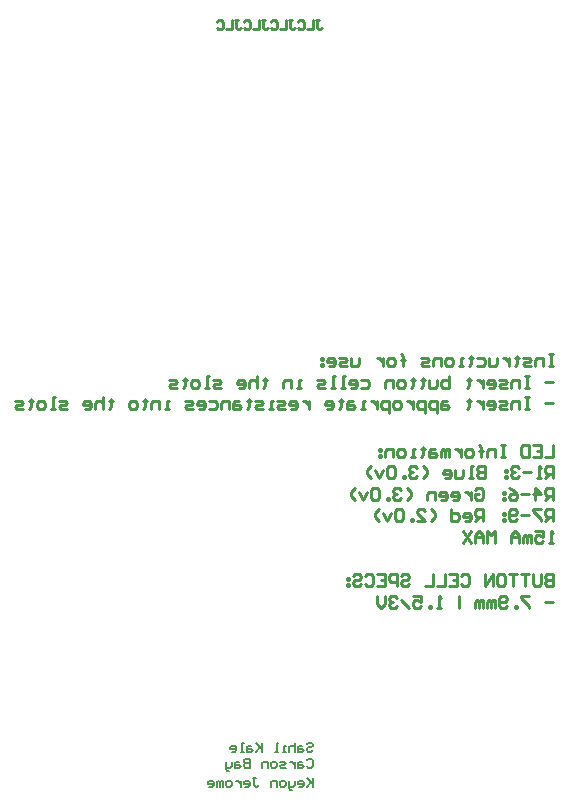
<source format=gbo>
G04*
G04 #@! TF.GenerationSoftware,Altium Limited,Altium Designer,21.0.8 (223)*
G04*
G04 Layer_Color=32896*
%FSLAX25Y25*%
%MOIN*%
G70*
G04*
G04 #@! TF.SameCoordinates,7D5CD3C5-D8CC-49FF-9A51-A3FBF932E8B6*
G04*
G04*
G04 #@! TF.FilePolarity,Positive*
G04*
G01*
G75*
%ADD12C,0.01000*%
%ADD32C,0.00700*%
D12*
X94600Y38215D02*
X93267D01*
X93934D01*
Y34216D01*
X94600D01*
X93267D01*
X91268D02*
Y36882D01*
X89268D01*
X88602Y36215D01*
Y34216D01*
X87269D02*
X85270D01*
X84603Y34882D01*
X85270Y35549D01*
X86603D01*
X87269Y36215D01*
X86603Y36882D01*
X84603D01*
X82604Y37548D02*
Y36882D01*
X83270D01*
X81937D01*
X82604D01*
Y34882D01*
X81937Y34216D01*
X79938Y36882D02*
Y34216D01*
Y35549D01*
X79272Y36215D01*
X78605Y36882D01*
X77939D01*
X75939D02*
Y34882D01*
X75273Y34216D01*
X73274D01*
Y36882D01*
X69275D02*
X71274D01*
X71941Y36215D01*
Y34882D01*
X71274Y34216D01*
X69275D01*
X67276Y37548D02*
Y36882D01*
X67942D01*
X66609D01*
X67276D01*
Y34882D01*
X66609Y34216D01*
X64610D02*
X63277D01*
X63943D01*
Y36882D01*
X64610D01*
X60611Y34216D02*
X59278D01*
X58612Y34882D01*
Y36215D01*
X59278Y36882D01*
X60611D01*
X61277Y36215D01*
Y34882D01*
X60611Y34216D01*
X57279D02*
Y36882D01*
X55279D01*
X54613Y36215D01*
Y34216D01*
X53280D02*
X51281D01*
X50614Y34882D01*
X51281Y35549D01*
X52614D01*
X53280Y36215D01*
X52614Y36882D01*
X50614D01*
X44616Y34216D02*
Y37548D01*
Y36215D01*
X45283D01*
X43950D01*
X44616D01*
Y37548D01*
X43950Y38215D01*
X41284Y34216D02*
X39951D01*
X39285Y34882D01*
Y36215D01*
X39951Y36882D01*
X41284D01*
X41950Y36215D01*
Y34882D01*
X41284Y34216D01*
X37952Y36882D02*
Y34216D01*
Y35549D01*
X37285Y36215D01*
X36619Y36882D01*
X35952D01*
X29954D02*
Y34882D01*
X29288Y34216D01*
X27288D01*
Y36882D01*
X25956Y34216D02*
X23956D01*
X23290Y34882D01*
X23956Y35549D01*
X25289D01*
X25956Y36215D01*
X25289Y36882D01*
X23290D01*
X19957Y34216D02*
X21290D01*
X21957Y34882D01*
Y36215D01*
X21290Y36882D01*
X19957D01*
X19291Y36215D01*
Y35549D01*
X21957D01*
X17958Y36882D02*
X17292D01*
Y36215D01*
X17958D01*
Y36882D01*
Y34882D02*
X17292D01*
Y34216D01*
X17958D01*
Y34882D01*
X94600Y29017D02*
X91934D01*
X86603Y31016D02*
X85270D01*
X85936D01*
Y27017D01*
X86603D01*
X85270D01*
X83270D02*
Y29683D01*
X81271D01*
X80604Y29017D01*
Y27017D01*
X79272D02*
X77272D01*
X76606Y27684D01*
X77272Y28350D01*
X78605D01*
X79272Y29017D01*
X78605Y29683D01*
X76606D01*
X73274Y27017D02*
X74606D01*
X75273Y27684D01*
Y29017D01*
X74606Y29683D01*
X73274D01*
X72607Y29017D01*
Y28350D01*
X75273D01*
X71274Y29683D02*
Y27017D01*
Y28350D01*
X70608Y29017D01*
X69941Y29683D01*
X69275D01*
X66609Y30350D02*
Y29683D01*
X67276D01*
X65943D01*
X66609D01*
Y27684D01*
X65943Y27017D01*
X59944Y31016D02*
Y27017D01*
X57945D01*
X57279Y27684D01*
Y28350D01*
Y29017D01*
X57945Y29683D01*
X59944D01*
X55946D02*
Y27684D01*
X55279Y27017D01*
X53280D01*
Y29683D01*
X51281Y30350D02*
Y29683D01*
X51947D01*
X50614D01*
X51281D01*
Y27684D01*
X50614Y27017D01*
X47948Y30350D02*
Y29683D01*
X48615D01*
X47282D01*
X47948D01*
Y27684D01*
X47282Y27017D01*
X44616D02*
X43283D01*
X42617Y27684D01*
Y29017D01*
X43283Y29683D01*
X44616D01*
X45283Y29017D01*
Y27684D01*
X44616Y27017D01*
X41284D02*
Y29683D01*
X39285D01*
X38618Y29017D01*
Y27017D01*
X30621Y29683D02*
X32620D01*
X33286Y29017D01*
Y27684D01*
X32620Y27017D01*
X30621D01*
X27288D02*
X28621D01*
X29288Y27684D01*
Y29017D01*
X28621Y29683D01*
X27288D01*
X26622Y29017D01*
Y28350D01*
X29288D01*
X25289Y27017D02*
X23956D01*
X24623D01*
Y31016D01*
X25289D01*
X21957Y27017D02*
X20624D01*
X21290D01*
Y31016D01*
X21957D01*
X18624Y27017D02*
X16625D01*
X15959Y27684D01*
X16625Y28350D01*
X17958D01*
X18624Y29017D01*
X17958Y29683D01*
X15959D01*
X10627Y27017D02*
X9294D01*
X9961D01*
Y29683D01*
X10627D01*
X7295Y27017D02*
Y29683D01*
X5296D01*
X4629Y29017D01*
Y27017D01*
X-1369Y30350D02*
Y29683D01*
X-703D01*
X-2035D01*
X-1369D01*
Y27684D01*
X-2035Y27017D01*
X-4035Y31016D02*
Y27017D01*
Y29017D01*
X-4701Y29683D01*
X-6034D01*
X-6701Y29017D01*
Y27017D01*
X-10033D02*
X-8700D01*
X-8034Y27684D01*
Y29017D01*
X-8700Y29683D01*
X-10033D01*
X-10699Y29017D01*
Y28350D01*
X-8034D01*
X-16031Y27017D02*
X-18030D01*
X-18697Y27684D01*
X-18030Y28350D01*
X-16697D01*
X-16031Y29017D01*
X-16697Y29683D01*
X-18697D01*
X-20030Y27017D02*
X-21363D01*
X-20696D01*
Y31016D01*
X-20030D01*
X-24028Y27017D02*
X-25361D01*
X-26028Y27684D01*
Y29017D01*
X-25361Y29683D01*
X-24028D01*
X-23362Y29017D01*
Y27684D01*
X-24028Y27017D01*
X-28027Y30350D02*
Y29683D01*
X-27361D01*
X-28694D01*
X-28027D01*
Y27684D01*
X-28694Y27017D01*
X-30693D02*
X-32692D01*
X-33359Y27684D01*
X-32692Y28350D01*
X-31359D01*
X-30693Y29017D01*
X-31359Y29683D01*
X-33359D01*
X94600Y21818D02*
X91934D01*
X86603Y23818D02*
X85270D01*
X85936D01*
Y19819D01*
X86603D01*
X85270D01*
X83270D02*
Y22485D01*
X81271D01*
X80604Y21818D01*
Y19819D01*
X79272D02*
X77272D01*
X76606Y20485D01*
X77272Y21152D01*
X78605D01*
X79272Y21818D01*
X78605Y22485D01*
X76606D01*
X73274Y19819D02*
X74606D01*
X75273Y20485D01*
Y21818D01*
X74606Y22485D01*
X73274D01*
X72607Y21818D01*
Y21152D01*
X75273D01*
X71274Y22485D02*
Y19819D01*
Y21152D01*
X70608Y21818D01*
X69941Y22485D01*
X69275D01*
X66609Y23151D02*
Y22485D01*
X67276D01*
X65943D01*
X66609D01*
Y20485D01*
X65943Y19819D01*
X59278Y22485D02*
X57945D01*
X57279Y21818D01*
Y19819D01*
X59278D01*
X59944Y20485D01*
X59278Y21152D01*
X57279D01*
X55946Y18486D02*
Y22485D01*
X53947D01*
X53280Y21818D01*
Y20485D01*
X53947Y19819D01*
X55946D01*
X51947Y18486D02*
Y22485D01*
X49948D01*
X49281Y21818D01*
Y20485D01*
X49948Y19819D01*
X51947D01*
X47948Y22485D02*
Y19819D01*
Y21152D01*
X47282Y21818D01*
X46615Y22485D01*
X45949D01*
X43283Y19819D02*
X41950D01*
X41284Y20485D01*
Y21818D01*
X41950Y22485D01*
X43283D01*
X43950Y21818D01*
Y20485D01*
X43283Y19819D01*
X39951Y18486D02*
Y22485D01*
X37952D01*
X37285Y21818D01*
Y20485D01*
X37952Y19819D01*
X39951D01*
X35952Y22485D02*
Y19819D01*
Y21152D01*
X35286Y21818D01*
X34619Y22485D01*
X33953D01*
X31953Y19819D02*
X30621D01*
X31287D01*
Y22485D01*
X31953D01*
X27955D02*
X26622D01*
X25956Y21818D01*
Y19819D01*
X27955D01*
X28621Y20485D01*
X27955Y21152D01*
X25956D01*
X23956Y23151D02*
Y22485D01*
X24623D01*
X23290D01*
X23956D01*
Y20485D01*
X23290Y19819D01*
X19291D02*
X20624D01*
X21290Y20485D01*
Y21818D01*
X20624Y22485D01*
X19291D01*
X18624Y21818D01*
Y21152D01*
X21290D01*
X13293Y22485D02*
Y19819D01*
Y21152D01*
X12626Y21818D01*
X11960Y22485D01*
X11293D01*
X7295Y19819D02*
X8628D01*
X9294Y20485D01*
Y21818D01*
X8628Y22485D01*
X7295D01*
X6628Y21818D01*
Y21152D01*
X9294D01*
X5296Y19819D02*
X3296D01*
X2630Y20485D01*
X3296Y21152D01*
X4629D01*
X5296Y21818D01*
X4629Y22485D01*
X2630D01*
X1297Y19819D02*
X-36D01*
X630D01*
Y22485D01*
X1297D01*
X-2035Y19819D02*
X-4035D01*
X-4701Y20485D01*
X-4035Y21152D01*
X-2702D01*
X-2035Y21818D01*
X-2702Y22485D01*
X-4701D01*
X-6701Y23151D02*
Y22485D01*
X-6034D01*
X-7367D01*
X-6701D01*
Y20485D01*
X-7367Y19819D01*
X-10033Y22485D02*
X-11366D01*
X-12032Y21818D01*
Y19819D01*
X-10033D01*
X-9366Y20485D01*
X-10033Y21152D01*
X-12032D01*
X-13365Y19819D02*
Y22485D01*
X-15364D01*
X-16031Y21818D01*
Y19819D01*
X-20030Y22485D02*
X-18030D01*
X-17364Y21818D01*
Y20485D01*
X-18030Y19819D01*
X-20030D01*
X-23362D02*
X-22029D01*
X-21363Y20485D01*
Y21818D01*
X-22029Y22485D01*
X-23362D01*
X-24028Y21818D01*
Y21152D01*
X-21363D01*
X-25361Y19819D02*
X-27361D01*
X-28027Y20485D01*
X-27361Y21152D01*
X-26028D01*
X-25361Y21818D01*
X-26028Y22485D01*
X-28027D01*
X-33359Y19819D02*
X-34692D01*
X-34025D01*
Y22485D01*
X-33359D01*
X-36691Y19819D02*
Y22485D01*
X-38690D01*
X-39357Y21818D01*
Y19819D01*
X-41356Y23151D02*
Y22485D01*
X-40690D01*
X-42023D01*
X-41356D01*
Y20485D01*
X-42023Y19819D01*
X-44688D02*
X-46021D01*
X-46688Y20485D01*
Y21818D01*
X-46021Y22485D01*
X-44688D01*
X-44022Y21818D01*
Y20485D01*
X-44688Y19819D01*
X-52686Y23151D02*
Y22485D01*
X-52019D01*
X-53352D01*
X-52686D01*
Y20485D01*
X-53352Y19819D01*
X-55352Y23818D02*
Y19819D01*
Y21818D01*
X-56018Y22485D01*
X-57351D01*
X-58017Y21818D01*
Y19819D01*
X-61350D02*
X-60017D01*
X-59350Y20485D01*
Y21818D01*
X-60017Y22485D01*
X-61350D01*
X-62016Y21818D01*
Y21152D01*
X-59350D01*
X-67348Y19819D02*
X-69347D01*
X-70014Y20485D01*
X-69347Y21152D01*
X-68014D01*
X-67348Y21818D01*
X-68014Y22485D01*
X-70014D01*
X-71346Y19819D02*
X-72679D01*
X-72013D01*
Y23818D01*
X-71346D01*
X-75345Y19819D02*
X-76678D01*
X-77345Y20485D01*
Y21818D01*
X-76678Y22485D01*
X-75345D01*
X-74679Y21818D01*
Y20485D01*
X-75345Y19819D01*
X-79344Y23151D02*
Y22485D01*
X-78677D01*
X-80010D01*
X-79344D01*
Y20485D01*
X-80010Y19819D01*
X-82010D02*
X-84009D01*
X-84676Y20485D01*
X-84009Y21152D01*
X-82676D01*
X-82010Y21818D01*
X-82676Y22485D01*
X-84676D01*
X94600Y8088D02*
Y4089D01*
X91934D01*
X87936Y8088D02*
X90601D01*
Y4089D01*
X87936D01*
X90601Y6089D02*
X89268D01*
X86603Y8088D02*
Y4089D01*
X84603D01*
X83937Y4756D01*
Y7421D01*
X84603Y8088D01*
X86603D01*
X78605D02*
X77272D01*
X77939D01*
Y4089D01*
X78605D01*
X77272D01*
X75273D02*
Y6755D01*
X73274D01*
X72607Y6089D01*
Y4089D01*
X70608D02*
Y7421D01*
Y6089D01*
X71274D01*
X69941D01*
X70608D01*
Y7421D01*
X69941Y8088D01*
X67276Y4089D02*
X65943D01*
X65276Y4756D01*
Y6089D01*
X65943Y6755D01*
X67276D01*
X67942Y6089D01*
Y4756D01*
X67276Y4089D01*
X63943Y6755D02*
Y4089D01*
Y5422D01*
X63277Y6089D01*
X62610Y6755D01*
X61944D01*
X59944Y4089D02*
Y6755D01*
X59278D01*
X58612Y6089D01*
Y4089D01*
Y6089D01*
X57945Y6755D01*
X57279Y6089D01*
Y4089D01*
X55279Y6755D02*
X53947D01*
X53280Y6089D01*
Y4089D01*
X55279D01*
X55946Y4756D01*
X55279Y5422D01*
X53280D01*
X51281Y7421D02*
Y6755D01*
X51947D01*
X50614D01*
X51281D01*
Y4756D01*
X50614Y4089D01*
X48615D02*
X47282D01*
X47948D01*
Y6755D01*
X48615D01*
X44616Y4089D02*
X43283D01*
X42617Y4756D01*
Y6089D01*
X43283Y6755D01*
X44616D01*
X45283Y6089D01*
Y4756D01*
X44616Y4089D01*
X41284D02*
Y6755D01*
X39285D01*
X38618Y6089D01*
Y4089D01*
X37285Y6755D02*
X36619D01*
Y6089D01*
X37285D01*
Y6755D01*
Y4756D02*
X36619D01*
Y4089D01*
X37285D01*
Y4756D01*
X94600Y-3109D02*
Y889D01*
X92601D01*
X91934Y223D01*
Y-1110D01*
X92601Y-1776D01*
X94600D01*
X93267D02*
X91934Y-3109D01*
X90601D02*
X89268D01*
X89935D01*
Y889D01*
X90601Y223D01*
X87269Y-1110D02*
X84603D01*
X83270Y223D02*
X82604Y889D01*
X81271D01*
X80604Y223D01*
Y-444D01*
X81271Y-1110D01*
X81937D01*
X81271D01*
X80604Y-1776D01*
Y-2443D01*
X81271Y-3109D01*
X82604D01*
X83270Y-2443D01*
X79272Y-444D02*
X78605D01*
Y-1110D01*
X79272D01*
Y-444D01*
Y-2443D02*
X78605D01*
Y-3109D01*
X79272D01*
Y-2443D01*
X71941Y889D02*
Y-3109D01*
X69941D01*
X69275Y-2443D01*
Y-1776D01*
X69941Y-1110D01*
X71941D01*
X69941D01*
X69275Y-444D01*
Y223D01*
X69941Y889D01*
X71941D01*
X67942Y-3109D02*
X66609D01*
X67276D01*
Y889D01*
X67942D01*
X64610Y-444D02*
Y-2443D01*
X63943Y-3109D01*
X61944D01*
Y-444D01*
X58612Y-3109D02*
X59944D01*
X60611Y-2443D01*
Y-1110D01*
X59944Y-444D01*
X58612D01*
X57945Y-1110D01*
Y-1776D01*
X60611D01*
X51281Y-3109D02*
X52614Y-1776D01*
Y-444D01*
X51281Y889D01*
X49281Y223D02*
X48615Y889D01*
X47282D01*
X46615Y223D01*
Y-444D01*
X47282Y-1110D01*
X47948D01*
X47282D01*
X46615Y-1776D01*
Y-2443D01*
X47282Y-3109D01*
X48615D01*
X49281Y-2443D01*
X45283Y-3109D02*
Y-2443D01*
X44616D01*
Y-3109D01*
X45283D01*
X41950Y223D02*
X41284Y889D01*
X39951D01*
X39285Y223D01*
Y-2443D01*
X39951Y-3109D01*
X41284D01*
X41950Y-2443D01*
Y223D01*
X37952Y-444D02*
X36619Y-3109D01*
X35286Y-444D01*
X33953Y-3109D02*
X32620Y-1776D01*
Y-444D01*
X33953Y889D01*
X94600Y-10308D02*
Y-6309D01*
X92601D01*
X91934Y-6976D01*
Y-8308D01*
X92601Y-8975D01*
X94600D01*
X93267D02*
X91934Y-10308D01*
X88602D02*
Y-6309D01*
X90601Y-8308D01*
X87936D01*
X86603D02*
X83937D01*
X79938Y-6309D02*
X81271Y-6976D01*
X82604Y-8308D01*
Y-9641D01*
X81937Y-10308D01*
X80604D01*
X79938Y-9641D01*
Y-8975D01*
X80604Y-8308D01*
X82604D01*
X78605Y-7642D02*
X77939D01*
Y-8308D01*
X78605D01*
Y-7642D01*
Y-9641D02*
X77939D01*
Y-10308D01*
X78605D01*
Y-9641D01*
X68608Y-6976D02*
X69275Y-6309D01*
X70608D01*
X71274Y-6976D01*
Y-9641D01*
X70608Y-10308D01*
X69275D01*
X68608Y-9641D01*
Y-8308D01*
X69941D01*
X67276Y-7642D02*
Y-10308D01*
Y-8975D01*
X66609Y-8308D01*
X65943Y-7642D01*
X65276D01*
X61277Y-10308D02*
X62610D01*
X63277Y-9641D01*
Y-8308D01*
X62610Y-7642D01*
X61277D01*
X60611Y-8308D01*
Y-8975D01*
X63277D01*
X57279Y-10308D02*
X58612D01*
X59278Y-9641D01*
Y-8308D01*
X58612Y-7642D01*
X57279D01*
X56612Y-8308D01*
Y-8975D01*
X59278D01*
X55279Y-10308D02*
Y-7642D01*
X53280D01*
X52614Y-8308D01*
Y-10308D01*
X45949D02*
X47282Y-8975D01*
Y-7642D01*
X45949Y-6309D01*
X43950Y-6976D02*
X43283Y-6309D01*
X41950D01*
X41284Y-6976D01*
Y-7642D01*
X41950Y-8308D01*
X42617D01*
X41950D01*
X41284Y-8975D01*
Y-9641D01*
X41950Y-10308D01*
X43283D01*
X43950Y-9641D01*
X39951Y-10308D02*
Y-9641D01*
X39285D01*
Y-10308D01*
X39951D01*
X36619Y-6976D02*
X35952Y-6309D01*
X34619D01*
X33953Y-6976D01*
Y-9641D01*
X34619Y-10308D01*
X35952D01*
X36619Y-9641D01*
Y-6976D01*
X32620Y-7642D02*
X31287Y-10308D01*
X29954Y-7642D01*
X28621Y-10308D02*
X27288Y-8975D01*
Y-7642D01*
X28621Y-6309D01*
X94600Y-17506D02*
Y-13508D01*
X92601D01*
X91934Y-14174D01*
Y-15507D01*
X92601Y-16173D01*
X94600D01*
X93267D02*
X91934Y-17506D01*
X90601Y-13508D02*
X87936D01*
Y-14174D01*
X90601Y-16840D01*
Y-17506D01*
X86603Y-15507D02*
X83937D01*
X82604Y-16840D02*
X81937Y-17506D01*
X80604D01*
X79938Y-16840D01*
Y-14174D01*
X80604Y-13508D01*
X81937D01*
X82604Y-14174D01*
Y-14840D01*
X81937Y-15507D01*
X79938D01*
X78605Y-14840D02*
X77939D01*
Y-15507D01*
X78605D01*
Y-14840D01*
Y-16840D02*
X77939D01*
Y-17506D01*
X78605D01*
Y-16840D01*
X71274Y-17506D02*
Y-13508D01*
X69275D01*
X68608Y-14174D01*
Y-15507D01*
X69275Y-16173D01*
X71274D01*
X69941D02*
X68608Y-17506D01*
X65276D02*
X66609D01*
X67276Y-16840D01*
Y-15507D01*
X66609Y-14840D01*
X65276D01*
X64610Y-15507D01*
Y-16173D01*
X67276D01*
X60611Y-13508D02*
Y-17506D01*
X62610D01*
X63277Y-16840D01*
Y-15507D01*
X62610Y-14840D01*
X60611D01*
X53947Y-17506D02*
X55279Y-16173D01*
Y-14840D01*
X53947Y-13508D01*
X49281Y-17506D02*
X51947D01*
X49281Y-14840D01*
Y-14174D01*
X49948Y-13508D01*
X51281D01*
X51947Y-14174D01*
X47948Y-17506D02*
Y-16840D01*
X47282D01*
Y-17506D01*
X47948D01*
X44616Y-14174D02*
X43950Y-13508D01*
X42617D01*
X41950Y-14174D01*
Y-16840D01*
X42617Y-17506D01*
X43950D01*
X44616Y-16840D01*
Y-14174D01*
X40617Y-14840D02*
X39285Y-17506D01*
X37952Y-14840D01*
X36619Y-17506D02*
X35286Y-16173D01*
Y-14840D01*
X36619Y-13508D01*
X94600Y-24705D02*
X93267D01*
X93934D01*
Y-20706D01*
X94600Y-21372D01*
X88602Y-20706D02*
X91268D01*
Y-22705D01*
X89935Y-22039D01*
X89268D01*
X88602Y-22705D01*
Y-24038D01*
X89268Y-24705D01*
X90601D01*
X91268Y-24038D01*
X87269Y-24705D02*
Y-22039D01*
X86603D01*
X85936Y-22705D01*
Y-24705D01*
Y-22705D01*
X85270Y-22039D01*
X84603Y-22705D01*
Y-24705D01*
X83270D02*
Y-22039D01*
X81937Y-20706D01*
X80604Y-22039D01*
Y-24705D01*
Y-22705D01*
X83270D01*
X75273Y-24705D02*
Y-20706D01*
X73940Y-22039D01*
X72607Y-20706D01*
Y-24705D01*
X71274D02*
Y-22039D01*
X69941Y-20706D01*
X68608Y-22039D01*
Y-24705D01*
Y-22705D01*
X71274D01*
X67276Y-20706D02*
X64610Y-24705D01*
Y-20706D02*
X67276Y-24705D01*
X94600Y-35103D02*
Y-39101D01*
X92601D01*
X91934Y-38435D01*
Y-37769D01*
X92601Y-37102D01*
X94600D01*
X92601D01*
X91934Y-36436D01*
Y-35769D01*
X92601Y-35103D01*
X94600D01*
X90601D02*
Y-38435D01*
X89935Y-39101D01*
X88602D01*
X87936Y-38435D01*
Y-35103D01*
X86603D02*
X83937D01*
X85270D01*
Y-39101D01*
X82604Y-35103D02*
X79938D01*
X81271D01*
Y-39101D01*
X76606Y-35103D02*
X77939D01*
X78605Y-35769D01*
Y-38435D01*
X77939Y-39101D01*
X76606D01*
X75939Y-38435D01*
Y-35769D01*
X76606Y-35103D01*
X74606Y-39101D02*
Y-35103D01*
X71941Y-39101D01*
Y-35103D01*
X63943Y-35769D02*
X64610Y-35103D01*
X65943D01*
X66609Y-35769D01*
Y-38435D01*
X65943Y-39101D01*
X64610D01*
X63943Y-38435D01*
X59944Y-35103D02*
X62610D01*
Y-39101D01*
X59944D01*
X62610Y-37102D02*
X61277D01*
X58612Y-35103D02*
Y-39101D01*
X55946D01*
X54613Y-35103D02*
Y-39101D01*
X51947D01*
X43950Y-35769D02*
X44616Y-35103D01*
X45949D01*
X46615Y-35769D01*
Y-36436D01*
X45949Y-37102D01*
X44616D01*
X43950Y-37769D01*
Y-38435D01*
X44616Y-39101D01*
X45949D01*
X46615Y-38435D01*
X42617Y-39101D02*
Y-35103D01*
X40617D01*
X39951Y-35769D01*
Y-37102D01*
X40617Y-37769D01*
X42617D01*
X35952Y-35103D02*
X38618D01*
Y-39101D01*
X35952D01*
X38618Y-37102D02*
X37285D01*
X31954Y-35769D02*
X32620Y-35103D01*
X33953D01*
X34619Y-35769D01*
Y-38435D01*
X33953Y-39101D01*
X32620D01*
X31954Y-38435D01*
X27955Y-35769D02*
X28621Y-35103D01*
X29954D01*
X30621Y-35769D01*
Y-36436D01*
X29954Y-37102D01*
X28621D01*
X27955Y-37769D01*
Y-38435D01*
X28621Y-39101D01*
X29954D01*
X30621Y-38435D01*
X26622Y-36436D02*
X25956D01*
Y-37102D01*
X26622D01*
Y-36436D01*
Y-38435D02*
X25956D01*
Y-39101D01*
X26622D01*
Y-38435D01*
X94600Y-44301D02*
X91934D01*
X86603Y-42301D02*
X83937D01*
Y-42968D01*
X86603Y-45634D01*
Y-46300D01*
X82604D02*
Y-45634D01*
X81937D01*
Y-46300D01*
X82604D01*
X79272Y-45634D02*
X78605Y-46300D01*
X77272D01*
X76606Y-45634D01*
Y-42968D01*
X77272Y-42301D01*
X78605D01*
X79272Y-42968D01*
Y-43634D01*
X78605Y-44301D01*
X76606D01*
X75273Y-46300D02*
Y-43634D01*
X74606D01*
X73940Y-44301D01*
Y-46300D01*
Y-44301D01*
X73274Y-43634D01*
X72607Y-44301D01*
Y-46300D01*
X71274D02*
Y-43634D01*
X70608D01*
X69941Y-44301D01*
Y-46300D01*
Y-44301D01*
X69275Y-43634D01*
X68608Y-44301D01*
Y-46300D01*
X63277Y-42301D02*
Y-46300D01*
X57279D02*
X55946D01*
X56612D01*
Y-42301D01*
X57279Y-42968D01*
X53947Y-46300D02*
Y-45634D01*
X53280D01*
Y-46300D01*
X53947D01*
X47948Y-42301D02*
X50614D01*
Y-44301D01*
X49281Y-43634D01*
X48615D01*
X47948Y-44301D01*
Y-45634D01*
X48615Y-46300D01*
X49948D01*
X50614Y-45634D01*
X46615Y-46300D02*
X43950Y-43634D01*
X42617Y-42968D02*
X41950Y-42301D01*
X40617D01*
X39951Y-42968D01*
Y-43634D01*
X40617Y-44301D01*
X41284D01*
X40617D01*
X39951Y-44967D01*
Y-45634D01*
X40617Y-46300D01*
X41950D01*
X42617Y-45634D01*
X38618Y-42301D02*
Y-44967D01*
X37285Y-46300D01*
X35952Y-44967D01*
Y-42301D01*
X15601Y149499D02*
X16600D01*
X16101D01*
Y147000D01*
X16600Y146500D01*
X17100D01*
X17600Y147000D01*
X14601Y149499D02*
Y146500D01*
X12602D01*
X9603Y148999D02*
X10102Y149499D01*
X11102D01*
X11602Y148999D01*
Y147000D01*
X11102Y146500D01*
X10102D01*
X9603Y147000D01*
X6604Y149499D02*
X7603D01*
X7103D01*
Y147000D01*
X7603Y146500D01*
X8103D01*
X8603Y147000D01*
X5604Y149499D02*
Y146500D01*
X3604D01*
X605Y148999D02*
X1105Y149499D01*
X2105D01*
X2605Y148999D01*
Y147000D01*
X2105Y146500D01*
X1105D01*
X605Y147000D01*
X-2393Y149499D02*
X-1394D01*
X-1894D01*
Y147000D01*
X-1394Y146500D01*
X-894D01*
X-394Y147000D01*
X-3393Y149499D02*
Y146500D01*
X-5393D01*
X-8392Y148999D02*
X-7892Y149499D01*
X-6892D01*
X-6392Y148999D01*
Y147000D01*
X-6892Y146500D01*
X-7892D01*
X-8392Y147000D01*
X-11391Y149499D02*
X-10391D01*
X-10891D01*
Y147000D01*
X-10391Y146500D01*
X-9891D01*
X-9391Y147000D01*
X-12390Y149499D02*
Y146500D01*
X-14390D01*
X-17389Y148999D02*
X-16889Y149499D01*
X-15889D01*
X-15389Y148999D01*
Y147000D01*
X-15889Y146500D01*
X-16889D01*
X-17389Y147000D01*
D32*
X12501Y-91844D02*
X13001Y-91344D01*
X14000D01*
X14500Y-91844D01*
Y-92344D01*
X14000Y-92843D01*
X13001D01*
X12501Y-93343D01*
Y-93843D01*
X13001Y-94343D01*
X14000D01*
X14500Y-93843D01*
X11001Y-92344D02*
X10001D01*
X9502Y-92843D01*
Y-94343D01*
X11001D01*
X11501Y-93843D01*
X11001Y-93343D01*
X9502D01*
X8502Y-91344D02*
Y-94343D01*
Y-92843D01*
X8002Y-92344D01*
X7002D01*
X6503Y-92843D01*
Y-94343D01*
X5503D02*
X4503D01*
X5003D01*
Y-92344D01*
X5503D01*
X3004Y-94343D02*
X2004D01*
X2504D01*
Y-91344D01*
X3004D01*
X-2495D02*
Y-94343D01*
Y-93343D01*
X-4494Y-91344D01*
X-2994Y-92843D01*
X-4494Y-94343D01*
X-5993Y-92344D02*
X-6993D01*
X-7493Y-92843D01*
Y-94343D01*
X-5993D01*
X-5494Y-93843D01*
X-5993Y-93343D01*
X-7493D01*
X-8493Y-94343D02*
X-9492D01*
X-8992D01*
Y-91344D01*
X-8493D01*
X-12491Y-94343D02*
X-11492D01*
X-10992Y-93843D01*
Y-92843D01*
X-11492Y-92344D01*
X-12491D01*
X-12991Y-92843D01*
Y-93343D01*
X-10992D01*
X12501Y-97123D02*
X13001Y-96623D01*
X14000D01*
X14500Y-97123D01*
Y-99122D01*
X14000Y-99622D01*
X13001D01*
X12501Y-99122D01*
X11001Y-97623D02*
X10001D01*
X9502Y-98122D01*
Y-99622D01*
X11001D01*
X11501Y-99122D01*
X11001Y-98622D01*
X9502D01*
X8502Y-97623D02*
Y-99622D01*
Y-98622D01*
X8002Y-98122D01*
X7502Y-97623D01*
X7002D01*
X5503Y-99622D02*
X4003D01*
X3504Y-99122D01*
X4003Y-98622D01*
X5003D01*
X5503Y-98122D01*
X5003Y-97623D01*
X3504D01*
X2004Y-99622D02*
X1004D01*
X504Y-99122D01*
Y-98122D01*
X1004Y-97623D01*
X2004D01*
X2504Y-98122D01*
Y-99122D01*
X2004Y-99622D01*
X-495D02*
Y-97623D01*
X-1995D01*
X-2495Y-98122D01*
Y-99622D01*
X-6493Y-96623D02*
Y-99622D01*
X-7993D01*
X-8493Y-99122D01*
Y-98622D01*
X-7993Y-98122D01*
X-6493D01*
X-7993D01*
X-8493Y-97623D01*
Y-97123D01*
X-7993Y-96623D01*
X-6493D01*
X-9992Y-97623D02*
X-10992D01*
X-11492Y-98122D01*
Y-99622D01*
X-9992D01*
X-9492Y-99122D01*
X-9992Y-98622D01*
X-11492D01*
X-12491Y-97623D02*
Y-99122D01*
X-12991Y-99622D01*
X-14491D01*
Y-100122D01*
X-13991Y-100621D01*
X-13491D01*
X-14491Y-99622D02*
Y-97623D01*
X14500Y-102901D02*
Y-105900D01*
Y-104901D01*
X12501Y-102901D01*
X14000Y-104401D01*
X12501Y-105900D01*
X10001D02*
X11001D01*
X11501Y-105401D01*
Y-104401D01*
X11001Y-103901D01*
X10001D01*
X9502Y-104401D01*
Y-104901D01*
X11501D01*
X8502Y-103901D02*
Y-105401D01*
X8002Y-105900D01*
X6503D01*
Y-106400D01*
X7002Y-106900D01*
X7502D01*
X6503Y-105900D02*
Y-103901D01*
X5003Y-105900D02*
X4003D01*
X3504Y-105401D01*
Y-104401D01*
X4003Y-103901D01*
X5003D01*
X5503Y-104401D01*
Y-105401D01*
X5003Y-105900D01*
X2504D02*
Y-103901D01*
X1004D01*
X504Y-104401D01*
Y-105900D01*
X-5494Y-102901D02*
X-4494D01*
X-4994D01*
Y-105401D01*
X-4494Y-105900D01*
X-3994D01*
X-3494Y-105401D01*
X-7993Y-105900D02*
X-6993D01*
X-6493Y-105401D01*
Y-104401D01*
X-6993Y-103901D01*
X-7993D01*
X-8493Y-104401D01*
Y-104901D01*
X-6493D01*
X-9492Y-103901D02*
Y-105900D01*
Y-104901D01*
X-9992Y-104401D01*
X-10492Y-103901D01*
X-10992D01*
X-12991Y-105900D02*
X-13991D01*
X-14491Y-105401D01*
Y-104401D01*
X-13991Y-103901D01*
X-12991D01*
X-12491Y-104401D01*
Y-105401D01*
X-12991Y-105900D01*
X-15490D02*
Y-103901D01*
X-15990D01*
X-16490Y-104401D01*
Y-105900D01*
Y-104401D01*
X-16990Y-103901D01*
X-17490Y-104401D01*
Y-105900D01*
X-19989D02*
X-18989D01*
X-18489Y-105401D01*
Y-104401D01*
X-18989Y-103901D01*
X-19989D01*
X-20489Y-104401D01*
Y-104901D01*
X-18489D01*
M02*

</source>
